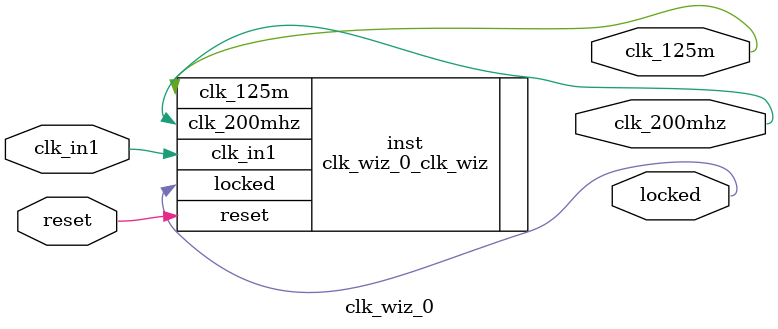
<source format=v>


`timescale 1ps/1ps

(* CORE_GENERATION_INFO = "clk_wiz_0,clk_wiz_v6_0_11_0_0,{component_name=clk_wiz_0,use_phase_alignment=true,use_min_o_jitter=false,use_max_i_jitter=false,use_dyn_phase_shift=false,use_inclk_switchover=false,use_dyn_reconfig=false,enable_axi=0,feedback_source=FDBK_AUTO,PRIMITIVE=MMCM,num_out_clk=2,clkin1_period=40.000,clkin2_period=10.0,use_power_down=false,use_reset=true,use_locked=true,use_inclk_stopped=false,feedback_type=SINGLE,CLOCK_MGR_TYPE=NA,manual_override=false}" *)

module clk_wiz_0 
 (
  // Clock out ports
  output        clk_125m,
  output        clk_200mhz,
  // Status and control signals
  input         reset,
  output        locked,
 // Clock in ports
  input         clk_in1
 );

  clk_wiz_0_clk_wiz inst
  (
  // Clock out ports  
  .clk_125m(clk_125m),
  .clk_200mhz(clk_200mhz),
  // Status and control signals               
  .reset(reset), 
  .locked(locked),
 // Clock in ports
  .clk_in1(clk_in1)
  );

endmodule

</source>
